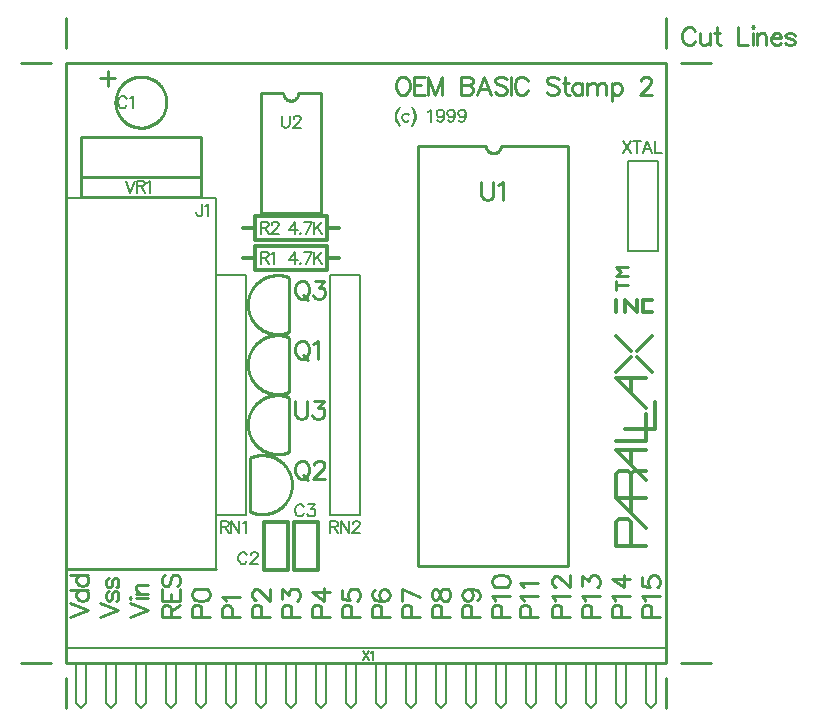
<source format=gto>
*%FSLAX24Y24*%
*%MOIN*%
G01*
%ADD11C,0.0050*%
%ADD12C,0.0060*%
%ADD13C,0.0072*%
%ADD14C,0.0073*%
%ADD15C,0.0080*%
%ADD16C,0.0100*%
%ADD17C,0.0120*%
%ADD18C,0.0200*%
%ADD19C,0.0260*%
%ADD20C,0.0300*%
%ADD21C,0.0350*%
%ADD22C,0.0380*%
%ADD23C,0.0450*%
%ADD24C,0.0500*%
%ADD25C,0.0530*%
%ADD26C,0.0550*%
%ADD27C,0.0580*%
%ADD28C,0.0620*%
%ADD29C,0.0660*%
%ADD30C,0.0700*%
%ADD31C,0.0750*%
%ADD32C,0.0780*%
%ADD33C,0.0830*%
%ADD34C,0.0950*%
%ADD35C,0.1400*%
%ADD36C,0.1800*%
%ADD37C,0.1880*%
%ADD38R,0.0620X0.0620*%
%ADD39R,0.0700X0.0700*%
%ADD40R,0.0780X0.0780*%
G54D11*
X98480Y70720D02*
X98680Y70420D01*
X98480D02*
X98680Y70720D01*
X98747Y70663D02*
X98776Y70677D01*
X98818Y70720D01*
Y70420D01*
G54D12*
X99675Y88808D02*
X99713Y88846D01*
X99675Y88808D02*
X99637Y88751D01*
X99599Y88675D01*
X99580Y88579D01*
Y88503D01*
X99599Y88408D01*
X99637Y88332D01*
X99675Y88275D01*
X99713Y88237D01*
X99637Y88732D02*
X99675Y88808D01*
X99637Y88732D02*
X99618Y88675D01*
X99599Y88579D01*
Y88503D01*
X99618Y88408D01*
X99637Y88351D01*
X99675Y88275D01*
X100018Y88579D02*
X99980Y88618D01*
X99942Y88637D01*
X99885D01*
X99847Y88618D01*
X99809Y88579D01*
X99789Y88522D01*
Y88484D01*
X99809Y88427D01*
X99847Y88389D01*
X99885Y88370D01*
X99942D01*
X99980Y88389D01*
X100018Y88427D01*
X100142Y88808D02*
X100104Y88846D01*
X100142Y88808D02*
X100180Y88751D01*
X100218Y88675D01*
X100237Y88579D01*
Y88503D01*
X100218Y88408D01*
X100180Y88332D01*
X100142Y88275D01*
X100104Y88237D01*
X100180Y88732D02*
X100142Y88808D01*
X100180Y88732D02*
X100199Y88675D01*
X100218Y88579D01*
Y88503D01*
X100199Y88408D01*
X100180Y88351D01*
X100142Y88275D01*
X100648Y88694D02*
X100686Y88713D01*
X100744Y88770D01*
Y88370D01*
X101170Y88579D02*
X101189Y88637D01*
X101170Y88579D02*
X101132Y88541D01*
X101075Y88522D01*
X101056D01*
X100999Y88541D01*
X100961Y88579D01*
X100942Y88637D01*
Y88656D01*
X100961Y88713D01*
X100999Y88751D01*
X101056Y88770D01*
X101075D01*
X101132Y88751D01*
X101170Y88713D01*
X101189Y88637D01*
Y88541D01*
X101170Y88446D01*
X101132Y88389D01*
X101075Y88370D01*
X101037D01*
X100980Y88389D01*
X100961Y88427D01*
X101526Y88579D02*
X101545Y88637D01*
X101526Y88579D02*
X101488Y88541D01*
X101431Y88522D01*
X101412D01*
X101355Y88541D01*
X101317Y88579D01*
X101298Y88637D01*
Y88656D01*
X101317Y88713D01*
X101355Y88751D01*
X101412Y88770D01*
X101431D01*
X101488Y88751D01*
X101526Y88713D01*
X101545Y88637D01*
Y88541D01*
X101526Y88446D01*
X101488Y88389D01*
X101431Y88370D01*
X101393D01*
X101336Y88389D01*
X101317Y88427D01*
X101882Y88579D02*
X101901Y88637D01*
X101882Y88579D02*
X101844Y88541D01*
X101787Y88522D01*
X101768D01*
X101711Y88541D01*
X101673Y88579D01*
X101654Y88637D01*
Y88656D01*
X101673Y88713D01*
X101711Y88751D01*
X101768Y88770D01*
X101787D01*
X101844Y88751D01*
X101882Y88713D01*
X101901Y88637D01*
Y88541D01*
X101882Y88446D01*
X101844Y88389D01*
X101787Y88370D01*
X101749D01*
X101692Y88389D01*
X101673Y88427D01*
G54D15*
X88580Y70820D02*
Y70320D01*
X108580D01*
Y70820D01*
X89080Y68820D02*
X88913Y68987D01*
X89080Y68820D02*
X89247Y68987D01*
Y70320D01*
X89913D02*
Y68987D01*
X90080Y68820D01*
X90247Y68987D01*
Y70320D01*
X90913D02*
Y68987D01*
X91080Y68820D01*
X91247Y68987D01*
Y70320D01*
X91913D02*
Y68987D01*
X92080Y68820D01*
X92247Y68987D01*
Y70320D01*
X92913D02*
Y68987D01*
X93080Y68820D01*
X93247Y68987D01*
Y70320D01*
X93913D02*
Y68987D01*
X94080Y68820D01*
X94247Y68987D01*
Y70320D01*
X94913D02*
Y68987D01*
X95080Y68820D01*
X95247Y68987D01*
Y70320D01*
X95913D02*
Y68987D01*
X96080Y68820D01*
X96247Y68987D01*
Y70320D01*
X96913D02*
Y68987D01*
X97080Y68820D01*
X97247Y68987D01*
Y70320D01*
X97913D02*
Y68987D01*
X98080Y68820D01*
X98247Y68987D01*
Y70320D01*
X98913D02*
Y68987D01*
X99080Y68820D01*
X99247Y68987D01*
Y70320D01*
X99913D02*
Y68987D01*
X100080Y68820D01*
X100247Y68987D01*
Y70320D01*
X100913D02*
Y68987D01*
X101080Y68820D01*
X101247Y68987D01*
Y70320D01*
X101913D02*
Y68987D01*
X102080Y68820D01*
X102247Y68987D01*
Y70320D01*
X102913D02*
Y68987D01*
X103080Y68820D01*
X103247Y68987D01*
Y70320D01*
X103913D02*
Y68987D01*
X104080Y68820D01*
X104247Y68987D01*
Y70320D01*
X104913D02*
Y68987D01*
X105080Y68820D01*
X105247Y68987D01*
Y70320D01*
X105913D02*
Y68987D01*
X106080Y68820D01*
X106247Y68987D01*
Y70320D01*
X106913D02*
Y68987D01*
X107080Y68820D01*
X107247Y68987D01*
Y70320D01*
X107913D02*
Y68987D01*
X108080Y68820D01*
X108247Y68987D01*
Y70320D01*
X89330Y70820D02*
X88580D01*
X89330D02*
X108580D01*
X88913Y70320D02*
Y68987D01*
X94580Y75270D02*
Y83270D01*
X93580D01*
Y75270D01*
X94580D01*
X98380D02*
Y83270D01*
X97380D01*
Y75270D01*
X98380D01*
X107330Y84070D02*
X108330D01*
X107330D02*
Y87070D01*
X108330D02*
Y84070D01*
Y87070D02*
X107330D01*
X93580Y85830D02*
Y73470D01*
Y85830D02*
X88580D01*
X90606Y89125D02*
X90587Y89163D01*
X90549Y89201D01*
X90510Y89220D01*
X90434D01*
X90396Y89201D01*
X90358Y89163D01*
X90339Y89125D01*
X90320Y89067D01*
Y88972D01*
X90339Y88915D01*
X90358Y88877D01*
X90396Y88839D01*
X90434Y88820D01*
X90510D01*
X90549Y88839D01*
X90587Y88877D01*
X90606Y88915D01*
X90718Y89144D02*
X90756Y89163D01*
X90813Y89220D01*
Y88820D01*
X93740Y75060D02*
Y74660D01*
Y75060D02*
X93911D01*
X93969Y75041D01*
X93988Y75022D01*
X94007Y74984D01*
Y74945D01*
X93988Y74907D01*
X93969Y74888D01*
X93911Y74869D01*
X93740D01*
X93873D02*
X94007Y74660D01*
X94096D02*
Y75060D01*
X94363Y74660D01*
Y75060D01*
X94473Y74984D02*
X94511Y75003D01*
X94568Y75060D01*
Y74660D01*
X97390D02*
Y75060D01*
X97561D01*
X97619Y75041D01*
X97638Y75022D01*
X97657Y74984D01*
Y74945D01*
X97638Y74907D01*
X97619Y74888D01*
X97561Y74869D01*
X97390D01*
X97523D02*
X97657Y74660D01*
X97746D02*
Y75060D01*
X98013Y74660D01*
Y75060D01*
X98142Y74984D02*
Y74965D01*
Y74984D02*
X98161Y75022D01*
X98180Y75041D01*
X98218Y75060D01*
X98295D01*
X98333Y75041D01*
X98352Y75022D01*
X98371Y74984D01*
Y74945D01*
X98352Y74907D01*
X98314Y74850D01*
X98123Y74660D01*
X98390D01*
X96020Y83763D02*
X96210Y84030D01*
X96306Y83763D02*
X96020D01*
X96210Y83630D02*
Y84030D01*
X96395Y83668D02*
X96376Y83649D01*
X96395Y83630D01*
X96414Y83649D01*
X96395Y83668D01*
X96578Y83630D02*
X96768Y84030D01*
X96502D01*
X96858D02*
Y83630D01*
Y83763D02*
X97125Y84030D01*
X96953Y83859D02*
X97125Y83630D01*
X95070Y83630D02*
Y84030D01*
X95241D01*
X95299Y84011D01*
X95318Y83992D01*
X95337Y83954D01*
Y83915D01*
X95318Y83877D01*
X95299Y83858D01*
X95241Y83839D01*
X95070D01*
X95203D02*
X95337Y83630D01*
X95426Y83954D02*
X95464Y83973D01*
X95521Y84030D01*
Y83630D01*
X107140Y87710D02*
X107407Y87310D01*
X107140D02*
X107407Y87710D01*
X107629D02*
Y87310D01*
X107496Y87710D02*
X107763D01*
X107963D02*
X108115Y87310D01*
X107810D02*
X107963Y87710D01*
X107867Y87443D02*
X108058D01*
X108208Y87310D02*
Y87710D01*
Y87310D02*
X108437D01*
X93120Y85620D02*
Y85315D01*
X93101Y85258D01*
X93082Y85239D01*
X93044Y85220D01*
X93006D01*
X92968Y85239D01*
X92949Y85258D01*
X92930Y85315D01*
Y85353D01*
X93223Y85544D02*
X93261Y85563D01*
X93318Y85620D01*
Y85220D01*
X95780Y88284D02*
Y88570D01*
Y88284D02*
X95799Y88227D01*
X95837Y88189D01*
X95894Y88170D01*
X95932D01*
X95989Y88189D01*
X96028Y88227D01*
X96047Y88284D01*
Y88570D01*
X96176Y88494D02*
Y88475D01*
Y88494D02*
X96195Y88532D01*
X96214Y88551D01*
X96252Y88570D01*
X96328D01*
X96367Y88551D01*
X96386Y88532D01*
X96405Y88494D01*
Y88455D01*
X96386Y88417D01*
X96348Y88360D01*
X96157Y88170D01*
X96424D01*
X90732Y86000D02*
X90580Y86400D01*
X90885D02*
X90732Y86000D01*
X90936D02*
Y86400D01*
X91108D01*
X91165Y86381D01*
X91184Y86362D01*
X91203Y86324D01*
Y86285D01*
X91184Y86247D01*
X91165Y86228D01*
X91108Y86209D01*
X90936D01*
X91069D02*
X91203Y86000D01*
X91292Y86324D02*
X91330Y86343D01*
X91387Y86400D01*
Y86000D01*
X96020Y84763D02*
X96210Y85030D01*
X96306Y84763D02*
X96020D01*
X96210Y84630D02*
Y85030D01*
X96395Y84668D02*
X96376Y84649D01*
X96395Y84630D01*
X96414Y84649D01*
X96395Y84668D01*
X96578Y84630D02*
X96768Y85030D01*
X96502D01*
X96858D02*
Y84630D01*
Y84763D02*
X97125Y85030D01*
X96953Y84859D02*
X97125Y84630D01*
X95070Y84630D02*
Y85030D01*
X95241D01*
X95299Y85011D01*
X95318Y84992D01*
X95337Y84954D01*
Y84915D01*
X95318Y84877D01*
X95299Y84858D01*
X95241Y84839D01*
X95070D01*
X95203D02*
X95337Y84630D01*
X95445Y84935D02*
Y84954D01*
X95464Y84992D01*
X95483Y85011D01*
X95521Y85030D01*
X95598D01*
X95636Y85011D01*
X95655Y84992D01*
X95674Y84954D01*
Y84915D01*
X95655Y84877D01*
X95617Y84820D01*
X95426Y84630D01*
X95693D01*
X94597Y73963D02*
X94616Y73925D01*
X94597Y73963D02*
X94559Y74001D01*
X94520Y74020D01*
X94444D01*
X94406Y74001D01*
X94368Y73963D01*
X94349Y73925D01*
X94330Y73868D01*
Y73772D01*
X94349Y73715D01*
X94368Y73677D01*
X94406Y73639D01*
X94444Y73620D01*
X94520D01*
X94559Y73639D01*
X94597Y73677D01*
X94616Y73715D01*
X94747Y73925D02*
Y73944D01*
X94766Y73982D01*
X94785Y74001D01*
X94823Y74020D01*
X94899D01*
X94937Y74001D01*
X94957Y73982D01*
X94976Y73944D01*
Y73906D01*
X94957Y73868D01*
X94918Y73810D01*
X94728Y73620D01*
X94995D01*
X96511Y75520D02*
X96492Y75558D01*
X96454Y75596D01*
X96416Y75615D01*
X96340D01*
X96302Y75596D01*
X96263Y75558D01*
X96244Y75520D01*
X96225Y75463D01*
Y75368D01*
X96244Y75311D01*
X96263Y75272D01*
X96302Y75234D01*
X96340Y75215D01*
X96416D01*
X96454Y75234D01*
X96492Y75272D01*
X96511Y75311D01*
X96661Y75615D02*
X96871D01*
X96757Y75463D01*
X96814D01*
X96852Y75444D01*
X96871Y75425D01*
X96890Y75368D01*
Y75330D01*
X96871Y75272D01*
X96833Y75234D01*
X96776Y75215D01*
X96719D01*
X96661Y75234D01*
X96642Y75253D01*
X96623Y75292D01*
G54D16*
X88080Y90320D02*
X87080D01*
X88580Y90820D02*
Y91820D01*
Y69820D02*
Y68820D01*
X88080Y70320D02*
X87080D01*
X108580Y69820D02*
Y68820D01*
X109080Y70320D02*
X110080D01*
X90230Y89820D02*
X89730D01*
X89980Y89570D02*
Y90070D01*
X106930Y82920D02*
X107330D01*
X106930Y82770D02*
Y83070D01*
Y83220D02*
X107330D01*
X107080Y83370D02*
X106930Y83220D01*
X107080Y83370D02*
X106930Y83520D01*
X107330D01*
X109080Y90320D02*
X110080D01*
X108580Y90820D02*
Y91820D01*
Y90320D02*
Y70320D01*
Y90320D02*
X88580D01*
Y70320D01*
X108580D01*
X96030Y77370D02*
Y79170D01*
X94730Y77170D02*
Y75370D01*
X96030Y81370D02*
Y83170D01*
Y81170D02*
Y79370D01*
X88580Y73470D02*
Y85830D01*
Y73470D02*
X93580D01*
X100330Y87570D02*
X102580D01*
X103080D02*
X105330D01*
Y73570D01*
X100330D01*
Y87570D01*
X93080Y85870D02*
X89080D01*
X93080D02*
Y87870D01*
Y86520D02*
X89080D01*
Y87870D02*
X93080D01*
X89080D02*
Y85870D01*
X95080Y89320D02*
X95830D01*
X96330D02*
X97080D01*
Y85320D01*
X95080D01*
Y89320D01*
X102430Y86370D02*
Y85941D01*
X102459Y85856D01*
X102516Y85798D01*
X102601Y85770D01*
X102659D01*
X102744Y85798D01*
X102801Y85856D01*
X102830Y85941D01*
Y86370D01*
X102996Y86255D02*
X103053Y86284D01*
X103138Y86370D01*
Y85770D01*
X99751Y89870D02*
X99694Y89841D01*
X99637Y89784D01*
X99609Y89727D01*
X99580Y89641D01*
Y89499D01*
X99609Y89413D01*
X99637Y89356D01*
X99694Y89299D01*
X99751Y89270D01*
X99866D01*
X99923Y89299D01*
X99980Y89356D01*
X100008Y89413D01*
X100037Y89499D01*
Y89641D01*
X100008Y89727D01*
X99980Y89784D01*
X99923Y89841D01*
X99866Y89870D01*
X99751D01*
X100177D02*
X100548D01*
X100177D02*
Y89270D01*
X100548D01*
X100406Y89584D02*
X100177D01*
X100648Y89870D02*
Y89270D01*
X100877D02*
X100648Y89870D01*
X101105D02*
X100877Y89270D01*
X101105D02*
Y89870D01*
X101748D02*
Y89270D01*
Y89870D02*
X102005D01*
X102091Y89841D01*
X102119Y89813D01*
X102148Y89756D01*
Y89698D01*
X102119Y89641D01*
X102091Y89613D01*
X102005Y89584D01*
X101748D01*
X102005D02*
X102091Y89556D01*
X102119Y89527D01*
X102148Y89470D01*
Y89384D01*
X102119Y89327D01*
X102091Y89299D01*
X102005Y89270D01*
X101748D01*
X102511Y89870D02*
X102739Y89270D01*
X102282D02*
X102511Y89870D01*
X102368Y89470D02*
X102654D01*
X103222Y89841D02*
X103279Y89784D01*
X103222Y89841D02*
X103136Y89870D01*
X103022D01*
X102936Y89841D01*
X102879Y89784D01*
Y89727D01*
X102908Y89670D01*
X102936Y89641D01*
X102994Y89613D01*
X103165Y89556D01*
X103222Y89527D01*
X103251Y89499D01*
X103279Y89441D01*
Y89356D01*
X103222Y89299D01*
X103136Y89270D01*
X103022D01*
X102936Y89299D01*
X102879Y89356D01*
X103413Y89270D02*
Y89870D01*
X103939Y89784D02*
X103968Y89727D01*
X103939Y89784D02*
X103882Y89841D01*
X103825Y89870D01*
X103711D01*
X103653Y89841D01*
X103596Y89784D01*
X103568Y89727D01*
X103539Y89641D01*
Y89499D01*
X103568Y89413D01*
X103596Y89356D01*
X103653Y89299D01*
X103711Y89270D01*
X103825D01*
X103882Y89299D01*
X103939Y89356D01*
X103968Y89413D01*
X104950Y89841D02*
X105007Y89784D01*
X104950Y89841D02*
X104865Y89870D01*
X104750D01*
X104665Y89841D01*
X104607Y89784D01*
Y89727D01*
X104636Y89670D01*
X104665Y89641D01*
X104722Y89613D01*
X104893Y89556D01*
X104950Y89527D01*
X104979Y89499D01*
X105007Y89441D01*
Y89356D01*
X104950Y89299D01*
X104865Y89270D01*
X104750D01*
X104665Y89299D01*
X104607Y89356D01*
X105227Y89384D02*
Y89870D01*
Y89384D02*
X105256Y89299D01*
X105313Y89270D01*
X105370D01*
X105342Y89670D02*
X105142D01*
X105799D02*
Y89270D01*
Y89584D02*
X105742Y89641D01*
X105684Y89670D01*
X105599D01*
X105542Y89641D01*
X105484Y89584D01*
X105456Y89499D01*
Y89441D01*
X105484Y89356D01*
X105542Y89299D01*
X105599Y89270D01*
X105684D01*
X105742Y89299D01*
X105799Y89356D01*
X105959Y89270D02*
Y89670D01*
X106044Y89641D02*
X105959Y89556D01*
X106044Y89641D02*
X106101Y89670D01*
X106187D01*
X106244Y89641D01*
X106273Y89556D01*
Y89270D01*
Y89556D02*
X106359Y89641D01*
X106416Y89670D01*
X106501D01*
X106558Y89641D01*
X106587Y89556D01*
Y89270D01*
X106776Y89070D02*
Y89670D01*
X106833Y89641D02*
X106776Y89584D01*
X106833Y89641D02*
X106890Y89670D01*
X106976D01*
X107033Y89641D01*
X107090Y89584D01*
X107118Y89499D01*
Y89441D01*
X107090Y89356D01*
X107033Y89299D01*
X106976Y89270D01*
X106890D01*
X106833Y89299D01*
X106776Y89356D01*
X107747Y89727D02*
Y89756D01*
X107775Y89813D01*
X107804Y89841D01*
X107861Y89870D01*
X107975D01*
X108032Y89841D01*
X108061Y89813D01*
X108090Y89756D01*
Y89698D01*
X108061Y89641D01*
X108004Y89556D01*
X107718Y89270D01*
X108118D01*
X108094Y72127D02*
Y71870D01*
Y72127D02*
X108066Y72213D01*
X108037Y72241D01*
X107980Y72270D01*
X107894D01*
X107837Y72241D01*
X107809Y72213D01*
X107780Y72127D01*
Y71870D01*
X108380D01*
X107894Y72404D02*
X107866Y72461D01*
X107780Y72547D01*
X108380D01*
X107780Y72901D02*
Y73187D01*
Y72901D02*
X108037Y72873D01*
X108009Y72901D01*
X107980Y72987D01*
Y73073D01*
X108009Y73158D01*
X108066Y73215D01*
X108151Y73244D01*
X108209D01*
X108294Y73215D01*
X108351Y73158D01*
X108380Y73073D01*
Y72987D01*
X108351Y72901D01*
X108323Y72873D01*
X108266Y72844D01*
X107094Y72127D02*
Y71870D01*
Y72127D02*
X107066Y72213D01*
X107037Y72241D01*
X106980Y72270D01*
X106894D01*
X106837Y72241D01*
X106809Y72213D01*
X106780Y72127D01*
Y71870D01*
X107380D01*
X106894Y72404D02*
X106866Y72461D01*
X106780Y72547D01*
X107380D01*
X107180Y72844D02*
X106780Y73130D01*
X107180Y73273D02*
Y72844D01*
X107380Y73130D02*
X106780D01*
X106094Y72127D02*
Y71870D01*
Y72127D02*
X106066Y72213D01*
X106037Y72241D01*
X105980Y72270D01*
X105894D01*
X105837Y72241D01*
X105809Y72213D01*
X105780Y72127D01*
Y71870D01*
X106380D01*
X105894Y72404D02*
X105866Y72461D01*
X105780Y72547D01*
X106380D01*
X105780Y72901D02*
Y73215D01*
X106009Y73044D01*
Y73130D01*
X106037Y73187D01*
X106066Y73215D01*
X106151Y73244D01*
X106209D01*
X106294Y73215D01*
X106351Y73158D01*
X106380Y73073D01*
Y72987D01*
X106351Y72901D01*
X106323Y72873D01*
X106266Y72844D01*
X105094Y72127D02*
Y71870D01*
Y72127D02*
X105066Y72213D01*
X105037Y72241D01*
X104980Y72270D01*
X104894D01*
X104837Y72241D01*
X104809Y72213D01*
X104780Y72127D01*
Y71870D01*
X105380D01*
X104894Y72404D02*
X104866Y72461D01*
X104780Y72547D01*
X105380D01*
X104923Y72873D02*
X104894D01*
X104837Y72901D01*
X104809Y72930D01*
X104780Y72987D01*
Y73101D01*
X104809Y73158D01*
X104837Y73187D01*
X104894Y73215D01*
X104952D01*
X105009Y73187D01*
X105094Y73130D01*
X105380Y72844D01*
Y73244D01*
X103094Y72127D02*
Y71870D01*
Y72127D02*
X103066Y72213D01*
X103037Y72241D01*
X102980Y72270D01*
X102894D01*
X102837Y72241D01*
X102809Y72213D01*
X102780Y72127D01*
Y71870D01*
X103380D01*
X102894Y72404D02*
X102866Y72461D01*
X102780Y72547D01*
X103380D01*
X102809Y72930D02*
X102780Y73015D01*
X102809Y72930D02*
X102894Y72873D01*
X103037Y72844D01*
X103123D01*
X103266Y72873D01*
X103351Y72930D01*
X103380Y73015D01*
Y73073D01*
X103351Y73158D01*
X103266Y73215D01*
X103123Y73244D01*
X103037D01*
X102894Y73215D01*
X102809Y73158D01*
X102780Y73073D01*
Y73015D01*
X102094Y72127D02*
Y71870D01*
Y72127D02*
X102066Y72213D01*
X102037Y72241D01*
X101980Y72270D01*
X101894D01*
X101837Y72241D01*
X101809Y72213D01*
X101780Y72127D01*
Y71870D01*
X102380D01*
X102066Y72747D02*
X101980Y72776D01*
X102066Y72747D02*
X102123Y72690D01*
X102151Y72604D01*
Y72576D01*
X102123Y72490D01*
X102066Y72433D01*
X101980Y72404D01*
X101952D01*
X101866Y72433D01*
X101809Y72490D01*
X101780Y72576D01*
Y72604D01*
X101809Y72690D01*
X101866Y72747D01*
X101980Y72776D01*
X102123D01*
X102266Y72747D01*
X102351Y72690D01*
X102380Y72604D01*
Y72547D01*
X102351Y72461D01*
X102294Y72433D01*
X101094Y72127D02*
Y71870D01*
Y72127D02*
X101066Y72213D01*
X101037Y72241D01*
X100980Y72270D01*
X100894D01*
X100837Y72241D01*
X100809Y72213D01*
X100780Y72127D01*
Y71870D01*
X101380D01*
X100809Y72461D02*
X100780Y72547D01*
X100809Y72461D02*
X100866Y72433D01*
X100923D01*
X100980Y72461D01*
X101009Y72518D01*
X101037Y72633D01*
X101066Y72718D01*
X101123Y72776D01*
X101180Y72804D01*
X101266D01*
X101323Y72776D01*
X101351Y72747D01*
X101380Y72661D01*
Y72547D01*
X101351Y72461D01*
X101323Y72433D01*
X101266Y72404D01*
X101180D01*
X101123Y72433D01*
X101066Y72490D01*
X101037Y72576D01*
X101009Y72690D01*
X100980Y72747D01*
X100923Y72776D01*
X100866D01*
X100809Y72747D01*
X100780Y72661D01*
Y72547D01*
X99094Y72127D02*
Y71870D01*
Y72127D02*
X99066Y72213D01*
X99037Y72241D01*
X98980Y72270D01*
X98894D01*
X98837Y72241D01*
X98809Y72213D01*
X98780Y72127D01*
Y71870D01*
X99380D01*
X98866Y72747D02*
X98809Y72718D01*
X98780Y72633D01*
Y72576D01*
X98809Y72490D01*
X98894Y72433D01*
X99037Y72404D01*
X99180D01*
X99294Y72433D01*
X99351Y72490D01*
X99380Y72576D01*
Y72604D01*
X99351Y72690D01*
X99294Y72747D01*
X99209Y72776D01*
X99180D01*
X99094Y72747D01*
X99037Y72690D01*
X99009Y72604D01*
Y72576D01*
X99037Y72490D01*
X99094Y72433D01*
X99180Y72404D01*
X98094Y72127D02*
Y71870D01*
Y72127D02*
X98066Y72213D01*
X98037Y72241D01*
X97980Y72270D01*
X97894D01*
X97837Y72241D01*
X97809Y72213D01*
X97780Y72127D01*
Y71870D01*
X98380D01*
X97780Y72461D02*
Y72747D01*
Y72461D02*
X98037Y72433D01*
X98009Y72461D01*
X97980Y72547D01*
Y72633D01*
X98009Y72718D01*
X98066Y72776D01*
X98151Y72804D01*
X98209D01*
X98294Y72776D01*
X98351Y72718D01*
X98380Y72633D01*
Y72547D01*
X98351Y72461D01*
X98323Y72433D01*
X98266Y72404D01*
X97094Y72127D02*
Y71870D01*
Y72127D02*
X97066Y72213D01*
X97037Y72241D01*
X96980Y72270D01*
X96894D01*
X96837Y72241D01*
X96809Y72213D01*
X96780Y72127D01*
Y71870D01*
X97380D01*
X97180Y72404D02*
X96780Y72690D01*
X97180Y72833D02*
Y72404D01*
X97380Y72690D02*
X96780D01*
X96094Y72127D02*
Y71870D01*
Y72127D02*
X96066Y72213D01*
X96037Y72241D01*
X95980Y72270D01*
X95894D01*
X95837Y72241D01*
X95809Y72213D01*
X95780Y72127D01*
Y71870D01*
X96380D01*
X95780Y72461D02*
Y72776D01*
X96009Y72604D01*
Y72690D01*
X96037Y72747D01*
X96066Y72776D01*
X96151Y72804D01*
X96209D01*
X96294Y72776D01*
X96351Y72718D01*
X96380Y72633D01*
Y72547D01*
X96351Y72461D01*
X96323Y72433D01*
X96266Y72404D01*
X95094Y72127D02*
Y71870D01*
Y72127D02*
X95066Y72213D01*
X95037Y72241D01*
X94980Y72270D01*
X94894D01*
X94837Y72241D01*
X94809Y72213D01*
X94780Y72127D01*
Y71870D01*
X95380D01*
X94923Y72433D02*
X94894D01*
X94837Y72461D01*
X94809Y72490D01*
X94780Y72547D01*
Y72661D01*
X94809Y72718D01*
X94837Y72747D01*
X94894Y72776D01*
X94952D01*
X95009Y72747D01*
X95094Y72690D01*
X95380Y72404D01*
Y72804D01*
X94103Y72118D02*
Y71861D01*
Y72118D02*
X94075Y72204D01*
X94046Y72233D01*
X93989Y72261D01*
X93903D01*
X93846Y72233D01*
X93817Y72204D01*
X93789Y72118D01*
Y71861D01*
X94389D01*
X93903Y72395D02*
X93875Y72453D01*
X93789Y72538D01*
X94389D01*
X89330Y72099D02*
X88730Y71870D01*
Y72327D02*
X89330Y72099D01*
Y72747D02*
X88730D01*
X88959Y72690D02*
X89016Y72747D01*
X88959Y72690D02*
X88930Y72633D01*
Y72547D01*
X88959Y72490D01*
X89016Y72433D01*
X89101Y72404D01*
X89159D01*
X89244Y72433D01*
X89301Y72490D01*
X89330Y72547D01*
Y72633D01*
X89301Y72690D01*
X89244Y72747D01*
X89330Y73250D02*
X88730D01*
X88959Y73193D02*
X89016Y73250D01*
X88959Y73193D02*
X88930Y73135D01*
Y73050D01*
X88959Y72993D01*
X89016Y72935D01*
X89101Y72907D01*
X89159D01*
X89244Y72935D01*
X89301Y72993D01*
X89330Y73050D01*
Y73135D01*
X89301Y73193D01*
X89244Y73250D01*
X89730Y71870D02*
X90330Y72099D01*
X89730Y72327D01*
X89959Y72690D02*
X90016Y72718D01*
X89959Y72690D02*
X89930Y72604D01*
Y72518D01*
X89959Y72433D01*
X90016Y72404D01*
X90073Y72433D01*
X90101Y72490D01*
X90130Y72633D01*
X90159Y72690D01*
X90216Y72718D01*
X90244D01*
X90301Y72690D01*
X90330Y72604D01*
Y72518D01*
X90301Y72433D01*
X90244Y72404D01*
X89959Y73130D02*
X90016Y73158D01*
X89959Y73130D02*
X89930Y73044D01*
Y72958D01*
X89959Y72873D01*
X90016Y72844D01*
X90073Y72873D01*
X90101Y72930D01*
X90130Y73073D01*
X90159Y73130D01*
X90216Y73158D01*
X90244D01*
X90301Y73130D01*
X90330Y73044D01*
Y72958D01*
X90301Y72873D01*
X90244Y72844D01*
X90730Y71870D02*
X91330Y72099D01*
X90730Y72327D01*
Y72461D02*
X90759Y72490D01*
X90730Y72518D01*
X90702Y72490D01*
X90730Y72461D01*
X90930Y72490D02*
X91330D01*
Y72624D02*
X90930D01*
X90959Y72710D02*
X91044Y72624D01*
X90959Y72710D02*
X90930Y72767D01*
Y72853D01*
X90959Y72910D01*
X91044Y72938D01*
X91330D01*
X91780Y71870D02*
X92380D01*
X91780D02*
Y72127D01*
X91809Y72213D01*
X91837Y72241D01*
X91894Y72270D01*
X91952D01*
X92009Y72241D01*
X92037Y72213D01*
X92066Y72127D01*
Y71870D01*
Y72070D02*
X92380Y72270D01*
X91780Y72404D02*
Y72776D01*
Y72404D02*
X92380D01*
Y72776D01*
X92066Y72633D02*
Y72404D01*
X91809Y73218D02*
X91866Y73275D01*
X91809Y73218D02*
X91780Y73133D01*
Y73018D01*
X91809Y72933D01*
X91866Y72876D01*
X91923D01*
X91980Y72904D01*
X92009Y72933D01*
X92037Y72990D01*
X92094Y73161D01*
X92123Y73218D01*
X92151Y73247D01*
X92209Y73275D01*
X92294D01*
X92351Y73218D01*
X92380Y73133D01*
Y73018D01*
X92351Y72933D01*
X92294Y72876D01*
X109558Y91377D02*
X109530Y91434D01*
X109473Y91491D01*
X109416Y91520D01*
X109301D01*
X109244Y91491D01*
X109187Y91434D01*
X109159Y91377D01*
X109130Y91291D01*
Y91149D01*
X109159Y91063D01*
X109187Y91006D01*
X109244Y90949D01*
X109301Y90920D01*
X109416D01*
X109473Y90949D01*
X109530Y91006D01*
X109558Y91063D01*
X109727Y91034D02*
Y91320D01*
Y91034D02*
X109756Y90949D01*
X109813Y90920D01*
X109898D01*
X109956Y90949D01*
X110041Y91034D01*
Y90920D02*
Y91320D01*
X110284Y91520D02*
Y91034D01*
X110313Y90949D01*
X110370Y90920D01*
X110427D01*
X110398Y91320D02*
X110198D01*
X110984Y91520D02*
Y90920D01*
X111327D01*
X111478Y91491D02*
X111450Y91520D01*
X111478Y91491D02*
X111507Y91520D01*
X111478Y91548D01*
X111450Y91520D01*
X111478Y91320D02*
Y90920D01*
X111612D02*
Y91320D01*
X111698Y91291D02*
X111612Y91206D01*
X111698Y91291D02*
X111755Y91320D01*
X111841D01*
X111898Y91291D01*
X111927Y91206D01*
Y90920D01*
X112084Y91149D02*
X112426D01*
Y91206D01*
X112398Y91263D01*
X112369Y91291D01*
X112312Y91320D01*
X112226D01*
X112169Y91291D01*
X112112Y91234D01*
X112084Y91149D01*
Y91091D01*
X112112Y91006D01*
X112169Y90949D01*
X112226Y90920D01*
X112312D01*
X112369Y90949D01*
X112426Y91006D01*
X112869Y91234D02*
X112841Y91291D01*
X112755Y91320D01*
X112669D01*
X112584Y91291D01*
X112555Y91234D01*
X112584Y91177D01*
X112641Y91149D01*
X112784Y91120D01*
X112841Y91091D01*
X112869Y91034D01*
Y91006D01*
X112841Y90949D01*
X112755Y90920D01*
X112669D01*
X112584Y90949D01*
X112555Y91006D01*
X96401Y81070D02*
X96344Y81041D01*
X96287Y80984D01*
X96259Y80927D01*
X96230Y80841D01*
Y80699D01*
X96259Y80613D01*
X96287Y80556D01*
X96344Y80499D01*
X96401Y80470D01*
X96516D01*
X96573Y80499D01*
X96630Y80556D01*
X96658Y80613D01*
X96687Y80699D01*
Y80841D01*
X96658Y80927D01*
X96630Y80984D01*
X96573Y81041D01*
X96516Y81070D01*
X96401D01*
X96487Y80584D02*
X96658Y80413D01*
X96827Y80956D02*
X96884Y80984D01*
X96970Y81070D01*
Y80470D01*
X96401Y77070D02*
X96344Y77041D01*
X96287Y76984D01*
X96259Y76927D01*
X96230Y76841D01*
Y76699D01*
X96259Y76613D01*
X96287Y76556D01*
X96344Y76499D01*
X96401Y76470D01*
X96516D01*
X96573Y76499D01*
X96630Y76556D01*
X96658Y76613D01*
X96687Y76699D01*
Y76841D01*
X96658Y76927D01*
X96630Y76984D01*
X96573Y77041D01*
X96516Y77070D01*
X96401D01*
X96487Y76584D02*
X96658Y76413D01*
X96856Y76927D02*
Y76956D01*
X96884Y77013D01*
X96913Y77041D01*
X96970Y77070D01*
X97084D01*
X97141Y77041D01*
X97170Y77013D01*
X97198Y76956D01*
Y76898D01*
X97170Y76841D01*
X97113Y76756D01*
X96827Y76470D01*
X97227D01*
X96344Y83041D02*
X96401Y83070D01*
X96344Y83041D02*
X96287Y82984D01*
X96259Y82927D01*
X96230Y82841D01*
Y82699D01*
X96259Y82613D01*
X96287Y82556D01*
X96344Y82499D01*
X96401Y82470D01*
X96516D01*
X96573Y82499D01*
X96630Y82556D01*
X96658Y82613D01*
X96687Y82699D01*
Y82841D01*
X96658Y82927D01*
X96630Y82984D01*
X96573Y83041D01*
X96516Y83070D01*
X96401D01*
X96487Y82584D02*
X96658Y82413D01*
X96884Y83070D02*
X97198D01*
X97027Y82841D01*
X97113D01*
X97170Y82813D01*
X97198Y82784D01*
X97227Y82699D01*
Y82641D01*
X97198Y82556D01*
X97141Y82499D01*
X97056Y82470D01*
X96970D01*
X96884Y82499D01*
X96856Y82527D01*
X96827Y82584D01*
X96230Y79070D02*
Y78641D01*
X96259Y78556D01*
X96316Y78499D01*
X96401Y78470D01*
X96459D01*
X96544Y78499D01*
X96601Y78556D01*
X96630Y78641D01*
Y79070D01*
X96853D02*
X97167D01*
X96996Y78841D01*
X97081D01*
X97138Y78813D01*
X97167Y78784D01*
X97196Y78699D01*
Y78641D01*
X97167Y78556D01*
X97110Y78499D01*
X97024Y78470D01*
X96938D01*
X96853Y78499D01*
X96824Y78527D01*
X96796Y78584D01*
X93094Y72127D02*
Y71870D01*
Y72127D02*
X93066Y72213D01*
X93037Y72241D01*
X92980Y72270D01*
X92894D01*
X92837Y72241D01*
X92809Y72213D01*
X92780Y72127D01*
Y71870D01*
X93380D01*
X92809Y72490D02*
X92780Y72576D01*
X92809Y72490D02*
X92894Y72433D01*
X93037Y72404D01*
X93123D01*
X93266Y72433D01*
X93351Y72490D01*
X93380Y72576D01*
Y72633D01*
X93351Y72718D01*
X93266Y72776D01*
X93123Y72804D01*
X93037D01*
X92894Y72776D01*
X92809Y72718D01*
X92780Y72633D01*
Y72576D01*
X100094Y72127D02*
Y71870D01*
Y72127D02*
X100066Y72213D01*
X100037Y72241D01*
X99980Y72270D01*
X99894D01*
X99837Y72241D01*
X99809Y72213D01*
X99780Y72127D01*
Y71870D01*
X100380D01*
Y72518D02*
X99780Y72804D01*
Y72404D01*
X104044Y72127D02*
Y71870D01*
Y72127D02*
X104016Y72213D01*
X103987Y72241D01*
X103930Y72270D01*
X103844D01*
X103787Y72241D01*
X103759Y72213D01*
X103730Y72127D01*
Y71870D01*
X104330D01*
X103844Y72404D02*
X103816Y72461D01*
X103730Y72547D01*
X104330D01*
X103844Y72844D02*
X103816Y72901D01*
X103730Y72987D01*
X104330D01*
X91930Y89020D02*
X91929Y88986D01*
X91927Y88953D01*
X91924Y88919D01*
X91919Y88886D01*
X91913Y88853D01*
X91906Y88820D01*
X91898Y88788D01*
X91888Y88756D01*
X91877Y88724D01*
X91864Y88693D01*
X91851Y88662D01*
X91836Y88632D01*
X91820Y88602D01*
X91803Y88573D01*
X91785Y88545D01*
X91766Y88518D01*
X91745Y88491D01*
X91724Y88465D01*
X91701Y88440D01*
X91678Y88416D01*
X91654Y88393D01*
X91629Y88371D01*
X91602Y88350D01*
X91576Y88329D01*
X91548Y88310D01*
X91519Y88292D01*
X91490Y88276D01*
X91461Y88260D01*
X91430Y88246D01*
X91399Y88232D01*
X91368Y88220D01*
X91336Y88210D01*
X91304Y88200D01*
X91271Y88192D01*
X91239Y88185D01*
X91206Y88179D01*
X91172Y88175D01*
X91139Y88172D01*
X91105Y88170D01*
X91072Y88170D01*
X91038Y88171D01*
X91005Y88173D01*
X90971Y88177D01*
X90938Y88182D01*
X90905Y88188D01*
X90872Y88196D01*
X90840Y88205D01*
X90808Y88215D01*
X90776Y88226D01*
X90745Y88239D01*
X90714Y88253D01*
X90684Y88268D01*
X90655Y88284D01*
X90626Y88301D01*
X90598Y88320D01*
X90571Y88339D01*
X90544Y88360D01*
X90519Y88382D01*
X90494Y88404D01*
X90470Y88428D01*
X90447Y88452D01*
X90425Y88478D01*
X90404Y88504D01*
X90385Y88531D01*
X90366Y88559D01*
X90348Y88588D01*
X90332Y88617D01*
X90316Y88647D01*
X90302Y88677D01*
X90289Y88708D01*
X90278Y88740D01*
X90267Y88772D01*
X90258Y88804D01*
X90250Y88837D01*
X90243Y88870D01*
X90238Y88903D01*
X90234Y88936D01*
X90231Y88970D01*
X90230Y89003D01*
Y89037D01*
X90231Y89070D01*
X90234Y89104D01*
X90238Y89137D01*
X90243Y89170D01*
X90250Y89203D01*
X90258Y89236D01*
X90267Y89268D01*
X90278Y89300D01*
X90289Y89332D01*
X90302Y89363D01*
X90316Y89393D01*
X90332Y89423D01*
X90348Y89452D01*
X90366Y89481D01*
X90385Y89509D01*
X90404Y89536D01*
X90425Y89562D01*
X90447Y89588D01*
X90470Y89612D01*
X90494Y89636D01*
X90519Y89658D01*
X90544Y89680D01*
X90571Y89701D01*
X90598Y89720D01*
X90626Y89739D01*
X90655Y89756D01*
X90684Y89772D01*
X90714Y89787D01*
X90745Y89801D01*
X90776Y89814D01*
X90808Y89825D01*
X90840Y89835D01*
X90872Y89844D01*
X90905Y89852D01*
X90938Y89858D01*
X90971Y89863D01*
X91005Y89867D01*
X91038Y89869D01*
X91072Y89870D01*
X91105Y89870D01*
X91139Y89868D01*
X91172Y89865D01*
X91206Y89861D01*
X91239Y89855D01*
X91271Y89848D01*
X91304Y89840D01*
X91336Y89830D01*
X91368Y89820D01*
X91399Y89808D01*
X91430Y89794D01*
X91461Y89780D01*
X91490Y89764D01*
X91519Y89748D01*
X91548Y89730D01*
X91576Y89711D01*
X91602Y89690D01*
X91629Y89669D01*
X91654Y89647D01*
X91678Y89624D01*
X91701Y89600D01*
X91724Y89575D01*
X91745Y89549D01*
X91766Y89522D01*
X91785Y89495D01*
X91803Y89467D01*
X91820Y89438D01*
X91836Y89408D01*
X91851Y89378D01*
X91864Y89347D01*
X91877Y89316D01*
X91888Y89284D01*
X91898Y89252D01*
X91906Y89220D01*
X91913Y89187D01*
X91919Y89154D01*
X91924Y89121D01*
X91927Y89087D01*
X91929Y89054D01*
X91930Y89020D01*
X96030Y79170D02*
X95999Y79183D01*
X95968Y79195D01*
X95936Y79206D01*
X95904Y79216D01*
X95872Y79225D01*
X95839Y79232D01*
X95807Y79239D01*
X95773Y79244D01*
X95740Y79249D01*
X95707Y79252D01*
X95674Y79254D01*
X95640Y79255D01*
X95607Y79255D01*
X95573Y79253D01*
X95540Y79251D01*
X95506Y79247D01*
X95473Y79242D01*
X95440Y79236D01*
X95408Y79229D01*
X95375Y79221D01*
X95343Y79212D01*
X95311Y79202D01*
X95280Y79190D01*
X95248Y79178D01*
X95218Y79164D01*
X95188Y79150D01*
X95158Y79134D01*
X95129Y79118D01*
X95100Y79100D01*
X95072Y79082D01*
X95045Y79062D01*
X95019Y79042D01*
X94993Y79021D01*
X94968Y78999D01*
X94943Y78976D01*
X94920Y78952D01*
X94897Y78928D01*
X94875Y78902D01*
X94854Y78876D01*
X94834Y78849D01*
X94814Y78822D01*
X94796Y78794D01*
X94779Y78765D01*
X94762Y78736D01*
X94747Y78706D01*
X94733Y78676D01*
X94719Y78645D01*
X94707Y78614D01*
X94696Y78583D01*
X94686Y78551D01*
X94677Y78518D01*
X94669Y78486D01*
X94662Y78453D01*
X94657Y78420D01*
X94652Y78387D01*
X94649Y78354D01*
X94646Y78320D01*
X94645Y78287D01*
Y78253D01*
X94646Y78220D01*
X94649Y78186D01*
X94652Y78153D01*
X94657Y78120D01*
X94662Y78087D01*
X94669Y78054D01*
X94677Y78022D01*
X94686Y77989D01*
X94696Y77957D01*
X94707Y77926D01*
X94719Y77895D01*
X94733Y77864D01*
X94747Y77834D01*
X94762Y77804D01*
X94779Y77775D01*
X94796Y77746D01*
X94814Y77718D01*
X94834Y77691D01*
X94854Y77664D01*
X94875Y77638D01*
X94897Y77612D01*
X94920Y77588D01*
X94943Y77564D01*
X94968Y77541D01*
X94993Y77519D01*
X95019Y77498D01*
X95045Y77478D01*
X95072Y77458D01*
X95100Y77440D01*
X95129Y77422D01*
X95158Y77406D01*
X95188Y77390D01*
X95218Y77376D01*
X95248Y77362D01*
X95280Y77350D01*
X95311Y77338D01*
X95343Y77328D01*
X95375Y77319D01*
X95408Y77311D01*
X95440Y77304D01*
X95473Y77298D01*
X95506Y77293D01*
X95540Y77289D01*
X95573Y77287D01*
X95607Y77285D01*
X95640Y77285D01*
X95674Y77286D01*
X95707Y77288D01*
X95740Y77291D01*
X95773Y77296D01*
X95807Y77301D01*
X95839Y77308D01*
X95872Y77315D01*
X95904Y77324D01*
X95936Y77334D01*
X95968Y77345D01*
X95999Y77357D01*
X96030Y77370D01*
X94730Y77170D02*
X94761Y77183D01*
X94792Y77195D01*
X94824Y77206D01*
X94856Y77216D01*
X94888Y77225D01*
X94921Y77232D01*
X94953Y77239D01*
X94987Y77244D01*
X95020Y77249D01*
X95053Y77252D01*
X95086Y77254D01*
X95120Y77255D01*
X95153Y77255D01*
X95187Y77253D01*
X95220Y77251D01*
X95254Y77247D01*
X95287Y77242D01*
X95320Y77236D01*
X95352Y77229D01*
X95385Y77221D01*
X95417Y77212D01*
X95449Y77202D01*
X95480Y77190D01*
X95512Y77178D01*
X95542Y77164D01*
X95572Y77150D01*
X95602Y77134D01*
X95631Y77118D01*
X95660Y77100D01*
X95688Y77082D01*
X95715Y77062D01*
X95741Y77042D01*
X95767Y77021D01*
X95792Y76999D01*
X95817Y76976D01*
X95840Y76952D01*
X95863Y76928D01*
X95885Y76902D01*
X95906Y76876D01*
X95926Y76849D01*
X95946Y76822D01*
X95964Y76794D01*
X95981Y76765D01*
X95998Y76736D01*
X96013Y76706D01*
X96027Y76676D01*
X96041Y76645D01*
X96053Y76614D01*
X96064Y76583D01*
X96074Y76551D01*
X96083Y76518D01*
X96091Y76486D01*
X96098Y76453D01*
X96103Y76420D01*
X96108Y76387D01*
X96111Y76354D01*
X96114Y76320D01*
X96115Y76287D01*
Y76253D01*
X96114Y76220D01*
X96111Y76186D01*
X96108Y76153D01*
X96103Y76120D01*
X96098Y76087D01*
X96091Y76054D01*
X96083Y76022D01*
X96074Y75989D01*
X96064Y75957D01*
X96053Y75926D01*
X96041Y75895D01*
X96027Y75864D01*
X96013Y75834D01*
X95998Y75804D01*
X95981Y75775D01*
X95964Y75746D01*
X95946Y75718D01*
X95926Y75691D01*
X95906Y75664D01*
X95885Y75638D01*
X95863Y75612D01*
X95840Y75588D01*
X95817Y75564D01*
X95792Y75541D01*
X95767Y75519D01*
X95741Y75498D01*
X95715Y75478D01*
X95688Y75458D01*
X95660Y75440D01*
X95631Y75422D01*
X95602Y75406D01*
X95572Y75390D01*
X95542Y75376D01*
X95512Y75362D01*
X95480Y75350D01*
X95449Y75338D01*
X95417Y75328D01*
X95385Y75319D01*
X95352Y75311D01*
X95320Y75304D01*
X95287Y75298D01*
X95254Y75293D01*
X95220Y75289D01*
X95187Y75287D01*
X95153Y75285D01*
X95120Y75285D01*
X95086Y75286D01*
X95053Y75288D01*
X95020Y75291D01*
X94987Y75296D01*
X94953Y75301D01*
X94921Y75308D01*
X94888Y75315D01*
X94856Y75324D01*
X94824Y75334D01*
X94792Y75345D01*
X94761Y75357D01*
X94730Y75370D01*
X96030Y81370D02*
X95999Y81357D01*
X95968Y81345D01*
X95936Y81334D01*
X95904Y81324D01*
X95872Y81315D01*
X95839Y81308D01*
X95807Y81301D01*
X95773Y81296D01*
X95740Y81291D01*
X95707Y81288D01*
X95674Y81286D01*
X95640Y81285D01*
X95607Y81285D01*
X95573Y81287D01*
X95540Y81289D01*
X95506Y81293D01*
X95473Y81298D01*
X95440Y81304D01*
X95408Y81311D01*
X95375Y81319D01*
X95343Y81328D01*
X95311Y81338D01*
X95280Y81350D01*
X95248Y81362D01*
X95218Y81376D01*
X95188Y81390D01*
X95158Y81406D01*
X95129Y81422D01*
X95100Y81440D01*
X95072Y81458D01*
X95045Y81478D01*
X95019Y81498D01*
X94993Y81519D01*
X94968Y81541D01*
X94943Y81564D01*
X94920Y81588D01*
X94897Y81612D01*
X94875Y81638D01*
X94854Y81664D01*
X94834Y81691D01*
X94814Y81718D01*
X94796Y81746D01*
X94779Y81775D01*
X94762Y81804D01*
X94747Y81834D01*
X94733Y81864D01*
X94719Y81895D01*
X94707Y81926D01*
X94696Y81957D01*
X94686Y81989D01*
X94677Y82022D01*
X94669Y82054D01*
X94662Y82087D01*
X94657Y82120D01*
X94652Y82153D01*
X94649Y82186D01*
X94646Y82220D01*
X94645Y82253D01*
Y82287D01*
X94646Y82320D01*
X94649Y82354D01*
X94652Y82387D01*
X94657Y82420D01*
X94662Y82453D01*
X94669Y82486D01*
X94677Y82518D01*
X94686Y82551D01*
X94696Y82583D01*
X94707Y82614D01*
X94719Y82645D01*
X94733Y82676D01*
X94747Y82706D01*
X94762Y82736D01*
X94779Y82765D01*
X94796Y82794D01*
X94814Y82822D01*
X94834Y82849D01*
X94854Y82876D01*
X94875Y82902D01*
X94897Y82928D01*
X94920Y82952D01*
X94943Y82976D01*
X94968Y82999D01*
X94993Y83021D01*
X95019Y83042D01*
X95045Y83062D01*
X95072Y83082D01*
X95100Y83100D01*
X95129Y83118D01*
X95158Y83134D01*
X95188Y83150D01*
X95218Y83164D01*
X95248Y83178D01*
X95280Y83190D01*
X95311Y83202D01*
X95343Y83212D01*
X95375Y83221D01*
X95408Y83229D01*
X95440Y83236D01*
X95473Y83242D01*
X95506Y83247D01*
X95540Y83251D01*
X95573Y83253D01*
X95607Y83255D01*
X95640Y83255D01*
X95674Y83254D01*
X95707Y83252D01*
X95740Y83249D01*
X95773Y83244D01*
X95807Y83239D01*
X95839Y83232D01*
X95872Y83225D01*
X95904Y83216D01*
X95936Y83206D01*
X95968Y83195D01*
X95999Y83183D01*
X96030Y83170D01*
Y81170D02*
X95999Y81183D01*
X95968Y81195D01*
X95936Y81206D01*
X95904Y81216D01*
X95872Y81225D01*
X95839Y81232D01*
X95807Y81239D01*
X95773Y81244D01*
X95740Y81249D01*
X95707Y81252D01*
X95674Y81254D01*
X95640Y81255D01*
X95607Y81255D01*
X95573Y81253D01*
X95540Y81251D01*
X95506Y81247D01*
X95473Y81242D01*
X95440Y81236D01*
X95408Y81229D01*
X95375Y81221D01*
X95343Y81212D01*
X95311Y81202D01*
X95280Y81190D01*
X95248Y81178D01*
X95218Y81164D01*
X95188Y81150D01*
X95158Y81134D01*
X95129Y81118D01*
X95100Y81100D01*
X95072Y81082D01*
X95045Y81062D01*
X95019Y81042D01*
X94993Y81021D01*
X94968Y80999D01*
X94943Y80976D01*
X94920Y80952D01*
X94897Y80928D01*
X94875Y80902D01*
X94854Y80876D01*
X94834Y80849D01*
X94814Y80822D01*
X94796Y80794D01*
X94779Y80765D01*
X94762Y80736D01*
X94747Y80706D01*
X94733Y80676D01*
X94719Y80645D01*
X94707Y80614D01*
X94696Y80583D01*
X94686Y80551D01*
X94677Y80518D01*
X94669Y80486D01*
X94662Y80453D01*
X94657Y80420D01*
X94652Y80387D01*
X94649Y80354D01*
X94646Y80320D01*
X94645Y80287D01*
Y80253D01*
X94646Y80220D01*
X94649Y80186D01*
X94652Y80153D01*
X94657Y80120D01*
X94662Y80087D01*
X94669Y80054D01*
X94677Y80022D01*
X94686Y79989D01*
X94696Y79957D01*
X94707Y79926D01*
X94719Y79895D01*
X94733Y79864D01*
X94747Y79834D01*
X94762Y79804D01*
X94779Y79775D01*
X94796Y79746D01*
X94814Y79718D01*
X94834Y79691D01*
X94854Y79664D01*
X94875Y79638D01*
X94897Y79612D01*
X94920Y79588D01*
X94943Y79564D01*
X94968Y79541D01*
X94993Y79519D01*
X95019Y79498D01*
X95045Y79478D01*
X95072Y79458D01*
X95100Y79440D01*
X95129Y79422D01*
X95158Y79406D01*
X95188Y79390D01*
X95218Y79376D01*
X95248Y79362D01*
X95280Y79350D01*
X95311Y79338D01*
X95343Y79328D01*
X95375Y79319D01*
X95408Y79311D01*
X95440Y79304D01*
X95473Y79298D01*
X95506Y79293D01*
X95540Y79289D01*
X95573Y79287D01*
X95607Y79285D01*
X95640Y79285D01*
X95674Y79286D01*
X95707Y79288D01*
X95740Y79291D01*
X95773Y79296D01*
X95807Y79301D01*
X95839Y79308D01*
X95872Y79315D01*
X95904Y79324D01*
X95936Y79334D01*
X95968Y79345D01*
X95999Y79357D01*
X96030Y79370D01*
X102580Y87570D02*
X102582Y87537D01*
X102589Y87505D01*
X102599Y87474D01*
X102613Y87445D01*
X102632Y87418D01*
X102653Y87393D01*
X102678Y87372D01*
X102705Y87353D01*
X102734Y87339D01*
X102765Y87329D01*
X102797Y87322D01*
X102830Y87320D01*
X102863Y87322D01*
X102895Y87329D01*
X102926Y87339D01*
X102955Y87353D01*
X102982Y87372D01*
X103007Y87393D01*
X103028Y87418D01*
X103047Y87445D01*
X103061Y87474D01*
X103071Y87505D01*
X103078Y87537D01*
X103080Y87570D01*
X96330Y89320D02*
X96328Y89287D01*
X96321Y89255D01*
X96311Y89224D01*
X96297Y89195D01*
X96278Y89168D01*
X96257Y89143D01*
X96232Y89122D01*
X96205Y89103D01*
X96176Y89089D01*
X96145Y89079D01*
X96113Y89072D01*
X96080Y89070D01*
X96047Y89072D01*
X96015Y89079D01*
X95984Y89089D01*
X95955Y89103D01*
X95928Y89122D01*
X95903Y89143D01*
X95882Y89168D01*
X95863Y89195D01*
X95849Y89224D01*
X95839Y89255D01*
X95832Y89287D01*
X95830Y89320D01*
G54D17*
X95980Y75020D02*
Y73420D01*
Y75020D02*
X95180D01*
Y73420D01*
X95980D01*
X96980D02*
Y75020D01*
X96180D01*
Y73420D01*
X96980D01*
X106930Y74220D02*
X107930D01*
X107830Y82420D02*
X108130D01*
Y82020D02*
X107830D01*
Y82420D01*
X107630D02*
Y82020D01*
X107230Y82420D01*
Y82020D01*
X106930D02*
Y82420D01*
X108130Y81220D02*
X107630Y80720D01*
X107430D02*
X106930Y81220D01*
X107630Y80520D02*
X108130Y80020D01*
X107430Y80520D02*
X106930Y80020D01*
X107430Y79820D02*
Y79320D01*
X106930Y79820D02*
X107930D01*
X106930D02*
X107930Y78820D01*
X108230Y79020D02*
Y78120D01*
X107230D01*
X107930Y77720D02*
Y78620D01*
Y77720D02*
X106930D01*
X107430Y77420D02*
Y76920D01*
X106930Y77420D02*
X107930D01*
X106930D02*
X107930Y76420D01*
Y76720D02*
X107530D01*
X107430Y76620D01*
Y75820D01*
Y76620D02*
X107330Y76720D01*
X107030D01*
X106930Y76620D01*
Y75820D01*
X107430D02*
Y75320D01*
X106930Y75820D02*
X107930D01*
X106930D02*
X107930Y74820D01*
X107030Y75120D02*
X106930Y75020D01*
X107030Y75120D02*
X107330D01*
X107430Y75020D01*
Y74220D01*
X106930D02*
Y75020D01*
X94880Y83420D02*
Y84220D01*
X97280D01*
Y83420D01*
X94880D01*
Y83820D02*
X94480D01*
X97280D02*
X97680D01*
X97280Y84420D02*
Y85220D01*
Y84420D02*
X94880D01*
Y85220D01*
X97280D01*
Y84820D02*
X97680D01*
X94880D02*
X94480D01*
D02*
M02*

</source>
